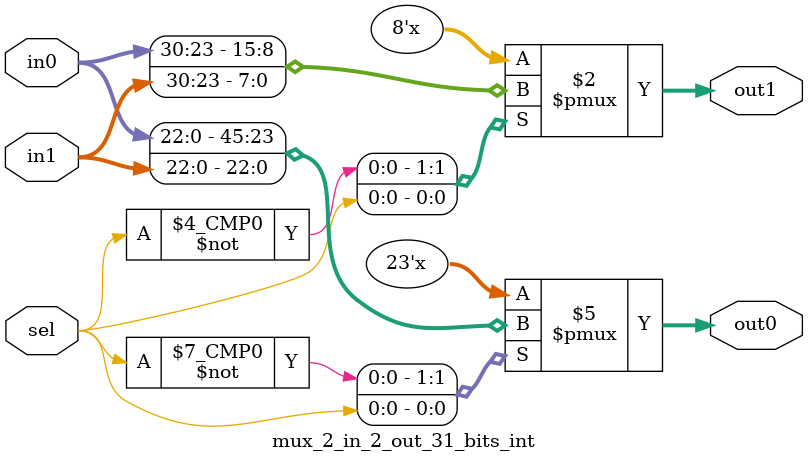
<source format=v>
module mux_2_in_2_out_31_bits_int (in0 , in1 , sel , out0 , out1);
input [30:0]in0,in1;//{E , M}
input sel;
output reg [22:0]out0;
output reg [7:0]out1;
always@(*)
begin
    case(sel)
        1'b0:
            begin
                out0 = in0[22:0];
                out1 = in0[30:23];
            end
        1'b1:
            begin
                out0 = in1[22:0];
                out1 = in1[30:23];
            end
    endcase
end
endmodule
</source>
